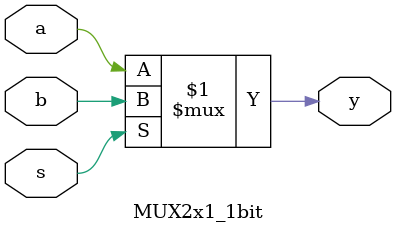
<source format=v>
module MUX2x1_1bit (a,b,s,y);
input a;
input b;
input wire s;
output y;
assign y=s?b:a;

endmodule
</source>
